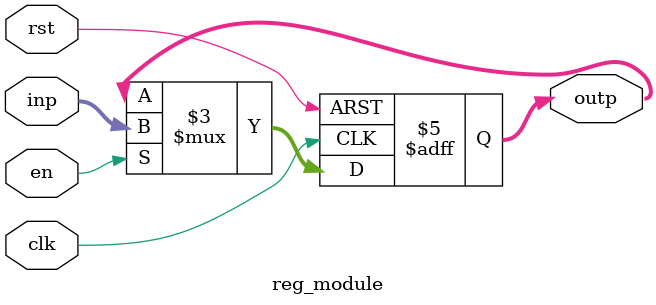
<source format=v>


module reg_module(
        clk,
        rst,
        en,
        inp,
        outp
    );
    parameter [31:0]width  = 4096;
    input clk;
    input rst;
    input en;
    input [( width - 1 ):0] inp;
    output reg [( width - 1 ):0] outp;

    always @ (  posedge clk,  posedge rst)
    begin
        if ( rst) 
        begin
            outp <= 0;
        end
        else
        begin 
  
                if ( en == 1'b1 ) 
                begin
                    outp <= inp;
                end
          
        end
    end
endmodule 

</source>
